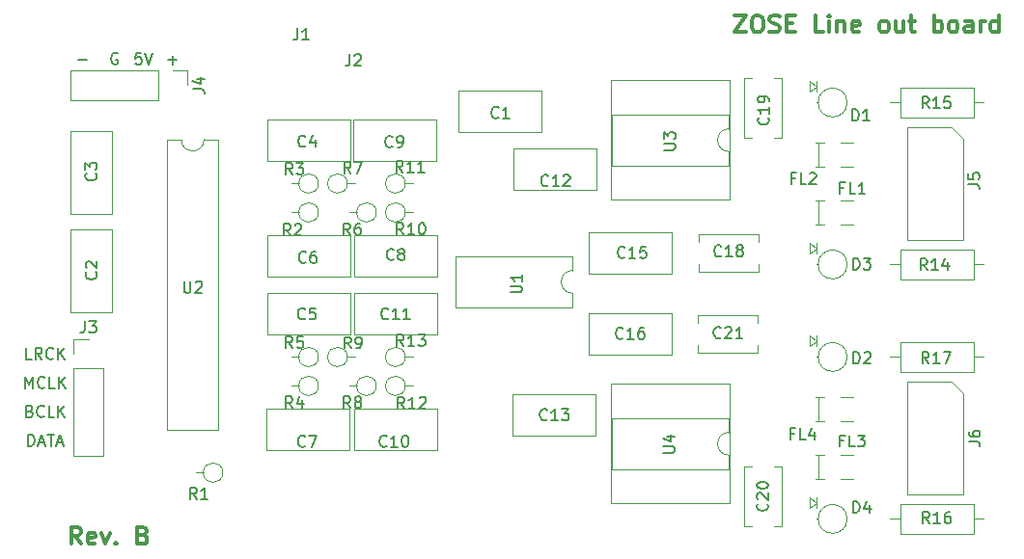
<source format=gbr>
G04 #@! TF.FileFunction,Legend,Top*
%FSLAX46Y46*%
G04 Gerber Fmt 4.6, Leading zero omitted, Abs format (unit mm)*
G04 Created by KiCad (PCBNEW 4.0.7) date 04/02/18 12:26:23*
%MOMM*%
%LPD*%
G01*
G04 APERTURE LIST*
%ADD10C,0.100000*%
%ADD11C,0.150000*%
%ADD12C,0.300000*%
%ADD13C,0.120000*%
G04 APERTURE END LIST*
D10*
D11*
X108736000Y-111958381D02*
X108736000Y-110958381D01*
X108974095Y-110958381D01*
X109116953Y-111006000D01*
X109212191Y-111101238D01*
X109259810Y-111196476D01*
X109307429Y-111386952D01*
X109307429Y-111529810D01*
X109259810Y-111720286D01*
X109212191Y-111815524D01*
X109116953Y-111910762D01*
X108974095Y-111958381D01*
X108736000Y-111958381D01*
X109688381Y-111672667D02*
X110164572Y-111672667D01*
X109593143Y-111958381D02*
X109926476Y-110958381D01*
X110259810Y-111958381D01*
X110450286Y-110958381D02*
X111021715Y-110958381D01*
X110736000Y-111958381D02*
X110736000Y-110958381D01*
X111307429Y-111672667D02*
X111783620Y-111672667D01*
X111212191Y-111958381D02*
X111545524Y-110958381D01*
X111878858Y-111958381D01*
X108902667Y-108894571D02*
X109045524Y-108942190D01*
X109093143Y-108989810D01*
X109140762Y-109085048D01*
X109140762Y-109227905D01*
X109093143Y-109323143D01*
X109045524Y-109370762D01*
X108950286Y-109418381D01*
X108569333Y-109418381D01*
X108569333Y-108418381D01*
X108902667Y-108418381D01*
X108997905Y-108466000D01*
X109045524Y-108513619D01*
X109093143Y-108608857D01*
X109093143Y-108704095D01*
X109045524Y-108799333D01*
X108997905Y-108846952D01*
X108902667Y-108894571D01*
X108569333Y-108894571D01*
X110140762Y-109323143D02*
X110093143Y-109370762D01*
X109950286Y-109418381D01*
X109855048Y-109418381D01*
X109712190Y-109370762D01*
X109616952Y-109275524D01*
X109569333Y-109180286D01*
X109521714Y-108989810D01*
X109521714Y-108846952D01*
X109569333Y-108656476D01*
X109616952Y-108561238D01*
X109712190Y-108466000D01*
X109855048Y-108418381D01*
X109950286Y-108418381D01*
X110093143Y-108466000D01*
X110140762Y-108513619D01*
X111045524Y-109418381D02*
X110569333Y-109418381D01*
X110569333Y-108418381D01*
X111378857Y-109418381D02*
X111378857Y-108418381D01*
X111950286Y-109418381D02*
X111521714Y-108846952D01*
X111950286Y-108418381D02*
X111378857Y-108989810D01*
X108497905Y-106878381D02*
X108497905Y-105878381D01*
X108831239Y-106592667D01*
X109164572Y-105878381D01*
X109164572Y-106878381D01*
X110212191Y-106783143D02*
X110164572Y-106830762D01*
X110021715Y-106878381D01*
X109926477Y-106878381D01*
X109783619Y-106830762D01*
X109688381Y-106735524D01*
X109640762Y-106640286D01*
X109593143Y-106449810D01*
X109593143Y-106306952D01*
X109640762Y-106116476D01*
X109688381Y-106021238D01*
X109783619Y-105926000D01*
X109926477Y-105878381D01*
X110021715Y-105878381D01*
X110164572Y-105926000D01*
X110212191Y-105973619D01*
X111116953Y-106878381D02*
X110640762Y-106878381D01*
X110640762Y-105878381D01*
X111450286Y-106878381D02*
X111450286Y-105878381D01*
X112021715Y-106878381D02*
X111593143Y-106306952D01*
X112021715Y-105878381D02*
X111450286Y-106449810D01*
X109045524Y-104338381D02*
X108569333Y-104338381D01*
X108569333Y-103338381D01*
X109950286Y-104338381D02*
X109616952Y-103862190D01*
X109378857Y-104338381D02*
X109378857Y-103338381D01*
X109759810Y-103338381D01*
X109855048Y-103386000D01*
X109902667Y-103433619D01*
X109950286Y-103528857D01*
X109950286Y-103671714D01*
X109902667Y-103766952D01*
X109855048Y-103814571D01*
X109759810Y-103862190D01*
X109378857Y-103862190D01*
X110950286Y-104243143D02*
X110902667Y-104290762D01*
X110759810Y-104338381D01*
X110664572Y-104338381D01*
X110521714Y-104290762D01*
X110426476Y-104195524D01*
X110378857Y-104100286D01*
X110331238Y-103909810D01*
X110331238Y-103766952D01*
X110378857Y-103576476D01*
X110426476Y-103481238D01*
X110521714Y-103386000D01*
X110664572Y-103338381D01*
X110759810Y-103338381D01*
X110902667Y-103386000D01*
X110950286Y-103433619D01*
X111378857Y-104338381D02*
X111378857Y-103338381D01*
X111950286Y-104338381D02*
X111521714Y-103766952D01*
X111950286Y-103338381D02*
X111378857Y-103909810D01*
X121031048Y-78049429D02*
X121792953Y-78049429D01*
X121412001Y-78430381D02*
X121412001Y-77668476D01*
X118681524Y-77430381D02*
X118205333Y-77430381D01*
X118157714Y-77906571D01*
X118205333Y-77858952D01*
X118300571Y-77811333D01*
X118538667Y-77811333D01*
X118633905Y-77858952D01*
X118681524Y-77906571D01*
X118729143Y-78001810D01*
X118729143Y-78239905D01*
X118681524Y-78335143D01*
X118633905Y-78382762D01*
X118538667Y-78430381D01*
X118300571Y-78430381D01*
X118205333Y-78382762D01*
X118157714Y-78335143D01*
X119014857Y-77430381D02*
X119348190Y-78430381D01*
X119681524Y-77430381D01*
X116593905Y-77478000D02*
X116498667Y-77430381D01*
X116355810Y-77430381D01*
X116212952Y-77478000D01*
X116117714Y-77573238D01*
X116070095Y-77668476D01*
X116022476Y-77858952D01*
X116022476Y-78001810D01*
X116070095Y-78192286D01*
X116117714Y-78287524D01*
X116212952Y-78382762D01*
X116355810Y-78430381D01*
X116451048Y-78430381D01*
X116593905Y-78382762D01*
X116641524Y-78335143D01*
X116641524Y-78001810D01*
X116451048Y-78001810D01*
X113157048Y-78049429D02*
X113918953Y-78049429D01*
D12*
X170729143Y-74108571D02*
X171729143Y-74108571D01*
X170729143Y-75608571D01*
X171729143Y-75608571D01*
X172586285Y-74108571D02*
X172871999Y-74108571D01*
X173014857Y-74180000D01*
X173157714Y-74322857D01*
X173229142Y-74608571D01*
X173229142Y-75108571D01*
X173157714Y-75394286D01*
X173014857Y-75537143D01*
X172871999Y-75608571D01*
X172586285Y-75608571D01*
X172443428Y-75537143D01*
X172300571Y-75394286D01*
X172229142Y-75108571D01*
X172229142Y-74608571D01*
X172300571Y-74322857D01*
X172443428Y-74180000D01*
X172586285Y-74108571D01*
X173800571Y-75537143D02*
X174014857Y-75608571D01*
X174372000Y-75608571D01*
X174514857Y-75537143D01*
X174586286Y-75465714D01*
X174657714Y-75322857D01*
X174657714Y-75180000D01*
X174586286Y-75037143D01*
X174514857Y-74965714D01*
X174372000Y-74894286D01*
X174086286Y-74822857D01*
X173943428Y-74751429D01*
X173872000Y-74680000D01*
X173800571Y-74537143D01*
X173800571Y-74394286D01*
X173872000Y-74251429D01*
X173943428Y-74180000D01*
X174086286Y-74108571D01*
X174443428Y-74108571D01*
X174657714Y-74180000D01*
X175300571Y-74822857D02*
X175800571Y-74822857D01*
X176014857Y-75608571D02*
X175300571Y-75608571D01*
X175300571Y-74108571D01*
X176014857Y-74108571D01*
X178514857Y-75608571D02*
X177800571Y-75608571D01*
X177800571Y-74108571D01*
X179014857Y-75608571D02*
X179014857Y-74608571D01*
X179014857Y-74108571D02*
X178943428Y-74180000D01*
X179014857Y-74251429D01*
X179086285Y-74180000D01*
X179014857Y-74108571D01*
X179014857Y-74251429D01*
X179729143Y-74608571D02*
X179729143Y-75608571D01*
X179729143Y-74751429D02*
X179800571Y-74680000D01*
X179943429Y-74608571D01*
X180157714Y-74608571D01*
X180300571Y-74680000D01*
X180372000Y-74822857D01*
X180372000Y-75608571D01*
X181657714Y-75537143D02*
X181514857Y-75608571D01*
X181229143Y-75608571D01*
X181086286Y-75537143D01*
X181014857Y-75394286D01*
X181014857Y-74822857D01*
X181086286Y-74680000D01*
X181229143Y-74608571D01*
X181514857Y-74608571D01*
X181657714Y-74680000D01*
X181729143Y-74822857D01*
X181729143Y-74965714D01*
X181014857Y-75108571D01*
X183729143Y-75608571D02*
X183586285Y-75537143D01*
X183514857Y-75465714D01*
X183443428Y-75322857D01*
X183443428Y-74894286D01*
X183514857Y-74751429D01*
X183586285Y-74680000D01*
X183729143Y-74608571D01*
X183943428Y-74608571D01*
X184086285Y-74680000D01*
X184157714Y-74751429D01*
X184229143Y-74894286D01*
X184229143Y-75322857D01*
X184157714Y-75465714D01*
X184086285Y-75537143D01*
X183943428Y-75608571D01*
X183729143Y-75608571D01*
X185514857Y-74608571D02*
X185514857Y-75608571D01*
X184872000Y-74608571D02*
X184872000Y-75394286D01*
X184943428Y-75537143D01*
X185086286Y-75608571D01*
X185300571Y-75608571D01*
X185443428Y-75537143D01*
X185514857Y-75465714D01*
X186014857Y-74608571D02*
X186586286Y-74608571D01*
X186229143Y-74108571D02*
X186229143Y-75394286D01*
X186300571Y-75537143D01*
X186443429Y-75608571D01*
X186586286Y-75608571D01*
X188229143Y-75608571D02*
X188229143Y-74108571D01*
X188229143Y-74680000D02*
X188372000Y-74608571D01*
X188657714Y-74608571D01*
X188800571Y-74680000D01*
X188872000Y-74751429D01*
X188943429Y-74894286D01*
X188943429Y-75322857D01*
X188872000Y-75465714D01*
X188800571Y-75537143D01*
X188657714Y-75608571D01*
X188372000Y-75608571D01*
X188229143Y-75537143D01*
X189800572Y-75608571D02*
X189657714Y-75537143D01*
X189586286Y-75465714D01*
X189514857Y-75322857D01*
X189514857Y-74894286D01*
X189586286Y-74751429D01*
X189657714Y-74680000D01*
X189800572Y-74608571D01*
X190014857Y-74608571D01*
X190157714Y-74680000D01*
X190229143Y-74751429D01*
X190300572Y-74894286D01*
X190300572Y-75322857D01*
X190229143Y-75465714D01*
X190157714Y-75537143D01*
X190014857Y-75608571D01*
X189800572Y-75608571D01*
X191586286Y-75608571D02*
X191586286Y-74822857D01*
X191514857Y-74680000D01*
X191372000Y-74608571D01*
X191086286Y-74608571D01*
X190943429Y-74680000D01*
X191586286Y-75537143D02*
X191443429Y-75608571D01*
X191086286Y-75608571D01*
X190943429Y-75537143D01*
X190872000Y-75394286D01*
X190872000Y-75251429D01*
X190943429Y-75108571D01*
X191086286Y-75037143D01*
X191443429Y-75037143D01*
X191586286Y-74965714D01*
X192300572Y-75608571D02*
X192300572Y-74608571D01*
X192300572Y-74894286D02*
X192372000Y-74751429D01*
X192443429Y-74680000D01*
X192586286Y-74608571D01*
X192729143Y-74608571D01*
X193872000Y-75608571D02*
X193872000Y-74108571D01*
X193872000Y-75537143D02*
X193729143Y-75608571D01*
X193443429Y-75608571D01*
X193300571Y-75537143D01*
X193229143Y-75465714D01*
X193157714Y-75322857D01*
X193157714Y-74894286D01*
X193229143Y-74751429D01*
X193300571Y-74680000D01*
X193443429Y-74608571D01*
X193729143Y-74608571D01*
X193872000Y-74680000D01*
X113395429Y-120566571D02*
X112895429Y-119852286D01*
X112538286Y-120566571D02*
X112538286Y-119066571D01*
X113109714Y-119066571D01*
X113252572Y-119138000D01*
X113324000Y-119209429D01*
X113395429Y-119352286D01*
X113395429Y-119566571D01*
X113324000Y-119709429D01*
X113252572Y-119780857D01*
X113109714Y-119852286D01*
X112538286Y-119852286D01*
X114609714Y-120495143D02*
X114466857Y-120566571D01*
X114181143Y-120566571D01*
X114038286Y-120495143D01*
X113966857Y-120352286D01*
X113966857Y-119780857D01*
X114038286Y-119638000D01*
X114181143Y-119566571D01*
X114466857Y-119566571D01*
X114609714Y-119638000D01*
X114681143Y-119780857D01*
X114681143Y-119923714D01*
X113966857Y-120066571D01*
X115181143Y-119566571D02*
X115538286Y-120566571D01*
X115895428Y-119566571D01*
X116466857Y-120423714D02*
X116538285Y-120495143D01*
X116466857Y-120566571D01*
X116395428Y-120495143D01*
X116466857Y-120423714D01*
X116466857Y-120566571D01*
X118824000Y-119780857D02*
X119038286Y-119852286D01*
X119109714Y-119923714D01*
X119181143Y-120066571D01*
X119181143Y-120280857D01*
X119109714Y-120423714D01*
X119038286Y-120495143D01*
X118895428Y-120566571D01*
X118324000Y-120566571D01*
X118324000Y-119066571D01*
X118824000Y-119066571D01*
X118966857Y-119138000D01*
X119038286Y-119209429D01*
X119109714Y-119352286D01*
X119109714Y-119495143D01*
X119038286Y-119638000D01*
X118966857Y-119709429D01*
X118824000Y-119780857D01*
X118324000Y-119780857D01*
D13*
X178057629Y-118364000D02*
X177884000Y-118364000D01*
X177927000Y-117384000D02*
X177927000Y-116495000D01*
X177927000Y-116939500D02*
X177334333Y-117384000D01*
X177334333Y-117384000D02*
X177334333Y-116495000D01*
X177334333Y-116495000D02*
X177927000Y-116939500D01*
X180590371Y-118364000D02*
G75*
G03X180590371Y-118364000I-1266371J0D01*
G01*
X178057629Y-81788000D02*
X177884000Y-81788000D01*
X177927000Y-80808000D02*
X177927000Y-79919000D01*
X177927000Y-80363500D02*
X177334333Y-80808000D01*
X177334333Y-80808000D02*
X177334333Y-79919000D01*
X177334333Y-79919000D02*
X177927000Y-80363500D01*
X180590371Y-81788000D02*
G75*
G03X180590371Y-81788000I-1266371J0D01*
G01*
X139290000Y-106680000D02*
G75*
G03X139290000Y-106680000I-860000J0D01*
G01*
X137570000Y-106680000D02*
X136890000Y-106680000D01*
X153814000Y-84360000D02*
X146494000Y-84360000D01*
X153814000Y-80740000D02*
X146494000Y-80740000D01*
X153814000Y-84360000D02*
X153814000Y-80740000D01*
X146494000Y-84360000D02*
X146494000Y-80740000D01*
X112490000Y-100220000D02*
X112490000Y-92900000D01*
X116110000Y-100220000D02*
X116110000Y-92900000D01*
X112490000Y-100220000D02*
X116110000Y-100220000D01*
X112490000Y-92900000D02*
X116110000Y-92900000D01*
X112490000Y-91584000D02*
X112490000Y-84264000D01*
X116110000Y-91584000D02*
X116110000Y-84264000D01*
X112490000Y-91584000D02*
X116110000Y-91584000D01*
X112490000Y-84264000D02*
X116110000Y-84264000D01*
X137050000Y-86900000D02*
X129730000Y-86900000D01*
X137050000Y-83280000D02*
X129730000Y-83280000D01*
X137050000Y-86900000D02*
X137050000Y-83280000D01*
X129730000Y-86900000D02*
X129730000Y-83280000D01*
X137050000Y-102140000D02*
X129730000Y-102140000D01*
X137050000Y-98520000D02*
X129730000Y-98520000D01*
X137050000Y-102140000D02*
X137050000Y-98520000D01*
X129730000Y-102140000D02*
X129730000Y-98520000D01*
X137050000Y-97060000D02*
X129730000Y-97060000D01*
X137050000Y-93440000D02*
X129730000Y-93440000D01*
X137050000Y-97060000D02*
X137050000Y-93440000D01*
X129730000Y-97060000D02*
X129730000Y-93440000D01*
X136970000Y-112300000D02*
X129650000Y-112300000D01*
X136970000Y-108680000D02*
X129650000Y-108680000D01*
X136970000Y-112300000D02*
X136970000Y-108680000D01*
X129650000Y-112300000D02*
X129650000Y-108680000D01*
X137350000Y-93440000D02*
X144670000Y-93440000D01*
X137350000Y-97060000D02*
X144670000Y-97060000D01*
X137350000Y-93440000D02*
X137350000Y-97060000D01*
X144670000Y-93440000D02*
X144670000Y-97060000D01*
X144590000Y-86900000D02*
X137270000Y-86900000D01*
X144590000Y-83280000D02*
X137270000Y-83280000D01*
X144590000Y-86900000D02*
X144590000Y-83280000D01*
X137270000Y-86900000D02*
X137270000Y-83280000D01*
X137350000Y-108680000D02*
X144670000Y-108680000D01*
X137350000Y-112300000D02*
X144670000Y-112300000D01*
X137350000Y-108680000D02*
X137350000Y-112300000D01*
X144670000Y-108680000D02*
X144670000Y-112300000D01*
X144670000Y-102140000D02*
X137350000Y-102140000D01*
X144670000Y-98520000D02*
X137350000Y-98520000D01*
X144670000Y-102140000D02*
X144670000Y-98520000D01*
X137350000Y-102140000D02*
X137350000Y-98520000D01*
X151320000Y-85820000D02*
X158640000Y-85820000D01*
X151320000Y-89440000D02*
X158640000Y-89440000D01*
X151320000Y-85820000D02*
X151320000Y-89440000D01*
X158640000Y-85820000D02*
X158640000Y-89440000D01*
X151240000Y-107410000D02*
X158560000Y-107410000D01*
X151240000Y-111030000D02*
X158560000Y-111030000D01*
X151240000Y-107410000D02*
X151240000Y-111030000D01*
X158560000Y-107410000D02*
X158560000Y-111030000D01*
X165244000Y-96806000D02*
X157924000Y-96806000D01*
X165244000Y-93186000D02*
X157924000Y-93186000D01*
X165244000Y-96806000D02*
X165244000Y-93186000D01*
X157924000Y-96806000D02*
X157924000Y-93186000D01*
X165244000Y-103918000D02*
X157924000Y-103918000D01*
X165244000Y-100298000D02*
X157924000Y-100298000D01*
X165244000Y-103918000D02*
X165244000Y-100298000D01*
X157924000Y-103918000D02*
X157924000Y-100298000D01*
X167610000Y-93336000D02*
X172830000Y-93336000D01*
X167610000Y-96656000D02*
X172830000Y-96656000D01*
X167610000Y-93336000D02*
X167610000Y-94000000D01*
X167610000Y-95992000D02*
X167610000Y-96656000D01*
X172830000Y-93336000D02*
X172830000Y-94000000D01*
X172830000Y-95992000D02*
X172830000Y-96656000D01*
X171568000Y-84866000D02*
X171568000Y-79646000D01*
X174888000Y-84866000D02*
X174888000Y-79646000D01*
X171568000Y-84866000D02*
X172232000Y-84866000D01*
X174224000Y-84866000D02*
X174888000Y-84866000D01*
X171568000Y-79646000D02*
X172232000Y-79646000D01*
X174224000Y-79646000D02*
X174888000Y-79646000D01*
X174888000Y-113762000D02*
X174888000Y-118982000D01*
X171568000Y-113762000D02*
X171568000Y-118982000D01*
X174888000Y-113762000D02*
X174224000Y-113762000D01*
X172232000Y-113762000D02*
X171568000Y-113762000D01*
X174888000Y-118982000D02*
X174224000Y-118982000D01*
X172232000Y-118982000D02*
X171568000Y-118982000D01*
X167530000Y-100448000D02*
X172750000Y-100448000D01*
X167530000Y-103768000D02*
X172750000Y-103768000D01*
X167530000Y-100448000D02*
X167530000Y-101112000D01*
X167530000Y-103104000D02*
X167530000Y-103768000D01*
X172750000Y-100448000D02*
X172750000Y-101112000D01*
X172750000Y-103104000D02*
X172750000Y-103768000D01*
X178057629Y-104140000D02*
X177884000Y-104140000D01*
X177927000Y-103160000D02*
X177927000Y-102271000D01*
X177927000Y-102715500D02*
X177334333Y-103160000D01*
X177334333Y-103160000D02*
X177334333Y-102271000D01*
X177334333Y-102271000D02*
X177927000Y-102715500D01*
X180590371Y-104140000D02*
G75*
G03X180590371Y-104140000I-1266371J0D01*
G01*
X178057629Y-96012000D02*
X177884000Y-96012000D01*
X177927000Y-95032000D02*
X177927000Y-94143000D01*
X177927000Y-94587500D02*
X177334333Y-95032000D01*
X177334333Y-95032000D02*
X177334333Y-94143000D01*
X177334333Y-94143000D02*
X177927000Y-94587500D01*
X180590371Y-96012000D02*
G75*
G03X180590371Y-96012000I-1266371J0D01*
G01*
X177864000Y-90380000D02*
X178594000Y-90380000D01*
X180054000Y-90380000D02*
X181135000Y-90380000D01*
X177864000Y-92500000D02*
X178594000Y-92500000D01*
X180054000Y-92500000D02*
X181135000Y-92500000D01*
X178054000Y-90380000D02*
X178054000Y-92500000D01*
X177864000Y-85300000D02*
X178594000Y-85300000D01*
X180054000Y-85300000D02*
X181135000Y-85300000D01*
X177864000Y-87420000D02*
X178594000Y-87420000D01*
X180054000Y-87420000D02*
X181135000Y-87420000D01*
X178054000Y-85300000D02*
X178054000Y-87420000D01*
X177864000Y-112732000D02*
X178594000Y-112732000D01*
X180054000Y-112732000D02*
X181135000Y-112732000D01*
X177864000Y-114852000D02*
X178594000Y-114852000D01*
X180054000Y-114852000D02*
X181135000Y-114852000D01*
X178054000Y-112732000D02*
X178054000Y-114852000D01*
X177864000Y-107652000D02*
X178594000Y-107652000D01*
X180054000Y-107652000D02*
X181135000Y-107652000D01*
X177864000Y-109772000D02*
X178594000Y-109772000D01*
X180054000Y-109772000D02*
X181135000Y-109772000D01*
X178054000Y-107652000D02*
X178054000Y-109772000D01*
X112716000Y-112836000D02*
X115376000Y-112836000D01*
X112716000Y-105156000D02*
X112716000Y-112836000D01*
X115376000Y-105156000D02*
X115376000Y-112836000D01*
X112716000Y-105156000D02*
X115376000Y-105156000D01*
X112716000Y-103886000D02*
X112716000Y-102556000D01*
X112716000Y-102556000D02*
X114046000Y-102556000D01*
X112462000Y-78934000D02*
X112462000Y-81594000D01*
X120142000Y-78934000D02*
X112462000Y-78934000D01*
X120142000Y-81594000D02*
X112462000Y-81594000D01*
X120142000Y-78934000D02*
X120142000Y-81594000D01*
X121412000Y-78934000D02*
X122742000Y-78934000D01*
X122742000Y-78934000D02*
X122742000Y-80264000D01*
X190776000Y-84990000D02*
X189776000Y-83990000D01*
X185876000Y-93890000D02*
X190776000Y-93890000D01*
X190776000Y-93890000D02*
X190776000Y-84990000D01*
X189776000Y-83990000D02*
X185876000Y-83990000D01*
X185876000Y-83990000D02*
X185876000Y-93890000D01*
X190776000Y-107342000D02*
X189776000Y-106342000D01*
X185876000Y-116242000D02*
X190776000Y-116242000D01*
X190776000Y-116242000D02*
X190776000Y-107342000D01*
X189776000Y-106342000D02*
X185876000Y-106342000D01*
X185876000Y-106342000D02*
X185876000Y-116242000D01*
X125828000Y-114300000D02*
G75*
G03X125828000Y-114300000I-860000J0D01*
G01*
X124108000Y-114300000D02*
X123428000Y-114300000D01*
X134210000Y-91440000D02*
G75*
G03X134210000Y-91440000I-860000J0D01*
G01*
X132490000Y-91440000D02*
X131810000Y-91440000D01*
X134210000Y-88900000D02*
G75*
G03X134210000Y-88900000I-860000J0D01*
G01*
X132490000Y-88900000D02*
X131810000Y-88900000D01*
X134210000Y-106680000D02*
G75*
G03X134210000Y-106680000I-860000J0D01*
G01*
X132490000Y-106680000D02*
X131810000Y-106680000D01*
X134210000Y-104140000D02*
G75*
G03X134210000Y-104140000I-860000J0D01*
G01*
X132490000Y-104140000D02*
X131810000Y-104140000D01*
X139290000Y-91440000D02*
G75*
G03X139290000Y-91440000I-860000J0D01*
G01*
X137570000Y-91440000D02*
X136890000Y-91440000D01*
X136750000Y-88900000D02*
G75*
G03X136750000Y-88900000I-860000J0D01*
G01*
X136750000Y-88900000D02*
X137430000Y-88900000D01*
X136750000Y-104140000D02*
G75*
G03X136750000Y-104140000I-860000J0D01*
G01*
X136750000Y-104140000D02*
X137430000Y-104140000D01*
X141830000Y-91440000D02*
G75*
G03X141830000Y-91440000I-860000J0D01*
G01*
X141830000Y-91440000D02*
X142510000Y-91440000D01*
X141830000Y-88900000D02*
G75*
G03X141830000Y-88900000I-860000J0D01*
G01*
X141830000Y-88900000D02*
X142510000Y-88900000D01*
X141830000Y-106680000D02*
G75*
G03X141830000Y-106680000I-860000J0D01*
G01*
X141830000Y-106680000D02*
X142510000Y-106680000D01*
X141830000Y-104140000D02*
G75*
G03X141830000Y-104140000I-860000J0D01*
G01*
X141830000Y-104140000D02*
X142510000Y-104140000D01*
X185258000Y-94702000D02*
X185258000Y-97322000D01*
X185258000Y-97322000D02*
X191678000Y-97322000D01*
X191678000Y-97322000D02*
X191678000Y-94702000D01*
X191678000Y-94702000D02*
X185258000Y-94702000D01*
X184368000Y-96012000D02*
X185258000Y-96012000D01*
X192568000Y-96012000D02*
X191678000Y-96012000D01*
X191678000Y-83098000D02*
X191678000Y-80478000D01*
X191678000Y-80478000D02*
X185258000Y-80478000D01*
X185258000Y-80478000D02*
X185258000Y-83098000D01*
X185258000Y-83098000D02*
X191678000Y-83098000D01*
X192568000Y-81788000D02*
X191678000Y-81788000D01*
X184368000Y-81788000D02*
X185258000Y-81788000D01*
X185258000Y-117054000D02*
X185258000Y-119674000D01*
X185258000Y-119674000D02*
X191678000Y-119674000D01*
X191678000Y-119674000D02*
X191678000Y-117054000D01*
X191678000Y-117054000D02*
X185258000Y-117054000D01*
X184368000Y-118364000D02*
X185258000Y-118364000D01*
X192568000Y-118364000D02*
X191678000Y-118364000D01*
X191678000Y-105450000D02*
X191678000Y-102830000D01*
X191678000Y-102830000D02*
X185258000Y-102830000D01*
X185258000Y-102830000D02*
X185258000Y-105450000D01*
X185258000Y-105450000D02*
X191678000Y-105450000D01*
X192568000Y-104140000D02*
X191678000Y-104140000D01*
X184368000Y-104140000D02*
X185258000Y-104140000D01*
X156524000Y-98536000D02*
G75*
G02X156524000Y-96536000I0J1000000D01*
G01*
X156524000Y-96536000D02*
X156524000Y-95286000D01*
X156524000Y-95286000D02*
X146244000Y-95286000D01*
X146244000Y-95286000D02*
X146244000Y-99786000D01*
X146244000Y-99786000D02*
X156524000Y-99786000D01*
X156524000Y-99786000D02*
X156524000Y-98536000D01*
X124190000Y-85030000D02*
G75*
G02X122190000Y-85030000I-1000000J0D01*
G01*
X122190000Y-85030000D02*
X120940000Y-85030000D01*
X120940000Y-85030000D02*
X120940000Y-110550000D01*
X120940000Y-110550000D02*
X125440000Y-110550000D01*
X125440000Y-110550000D02*
X125440000Y-85030000D01*
X125440000Y-85030000D02*
X124190000Y-85030000D01*
X170240000Y-86090000D02*
G75*
G02X170240000Y-84090000I0J1000000D01*
G01*
X170240000Y-84090000D02*
X170240000Y-82840000D01*
X170240000Y-82840000D02*
X159960000Y-82840000D01*
X159960000Y-82840000D02*
X159960000Y-87340000D01*
X159960000Y-87340000D02*
X170240000Y-87340000D01*
X170240000Y-87340000D02*
X170240000Y-86090000D01*
X170300000Y-79840000D02*
X159900000Y-79840000D01*
X159900000Y-79840000D02*
X159900000Y-90340000D01*
X159900000Y-90340000D02*
X170300000Y-90340000D01*
X170300000Y-90340000D02*
X170300000Y-79840000D01*
X170240000Y-112760000D02*
G75*
G02X170240000Y-110760000I0J1000000D01*
G01*
X170240000Y-110760000D02*
X170240000Y-109510000D01*
X170240000Y-109510000D02*
X159960000Y-109510000D01*
X159960000Y-109510000D02*
X159960000Y-114010000D01*
X159960000Y-114010000D02*
X170240000Y-114010000D01*
X170240000Y-114010000D02*
X170240000Y-112760000D01*
X170300000Y-106510000D02*
X159900000Y-106510000D01*
X159900000Y-106510000D02*
X159900000Y-117010000D01*
X159900000Y-117010000D02*
X170300000Y-117010000D01*
X170300000Y-117010000D02*
X170300000Y-106510000D01*
D11*
X136953667Y-77557381D02*
X136953667Y-78271667D01*
X136906047Y-78414524D01*
X136810809Y-78509762D01*
X136667952Y-78557381D01*
X136572714Y-78557381D01*
X137382238Y-77652619D02*
X137429857Y-77605000D01*
X137525095Y-77557381D01*
X137763191Y-77557381D01*
X137858429Y-77605000D01*
X137906048Y-77652619D01*
X137953667Y-77747857D01*
X137953667Y-77843095D01*
X137906048Y-77985952D01*
X137334619Y-78557381D01*
X137953667Y-78557381D01*
X132381667Y-75271381D02*
X132381667Y-75985667D01*
X132334047Y-76128524D01*
X132238809Y-76223762D01*
X132095952Y-76271381D01*
X132000714Y-76271381D01*
X133381667Y-76271381D02*
X132810238Y-76271381D01*
X133095952Y-76271381D02*
X133095952Y-75271381D01*
X133000714Y-75414238D01*
X132905476Y-75509476D01*
X132810238Y-75557095D01*
X181125905Y-117813081D02*
X181125905Y-116813081D01*
X181364000Y-116813081D01*
X181506858Y-116860700D01*
X181602096Y-116955938D01*
X181649715Y-117051176D01*
X181697334Y-117241652D01*
X181697334Y-117384510D01*
X181649715Y-117574986D01*
X181602096Y-117670224D01*
X181506858Y-117765462D01*
X181364000Y-117813081D01*
X181125905Y-117813081D01*
X182554477Y-117146414D02*
X182554477Y-117813081D01*
X182316381Y-116765462D02*
X182078286Y-117479748D01*
X182697334Y-117479748D01*
X181037005Y-83383381D02*
X181037005Y-82383381D01*
X181275100Y-82383381D01*
X181417958Y-82431000D01*
X181513196Y-82526238D01*
X181560815Y-82621476D01*
X181608434Y-82811952D01*
X181608434Y-82954810D01*
X181560815Y-83145286D01*
X181513196Y-83240524D01*
X181417958Y-83335762D01*
X181275100Y-83383381D01*
X181037005Y-83383381D01*
X182560815Y-83383381D02*
X181989386Y-83383381D01*
X182275100Y-83383381D02*
X182275100Y-82383381D01*
X182179862Y-82526238D01*
X182084624Y-82621476D01*
X181989386Y-82669095D01*
X137018734Y-108618281D02*
X136685400Y-108142090D01*
X136447305Y-108618281D02*
X136447305Y-107618281D01*
X136828258Y-107618281D01*
X136923496Y-107665900D01*
X136971115Y-107713519D01*
X137018734Y-107808757D01*
X137018734Y-107951614D01*
X136971115Y-108046852D01*
X136923496Y-108094471D01*
X136828258Y-108142090D01*
X136447305Y-108142090D01*
X137590162Y-108046852D02*
X137494924Y-107999233D01*
X137447305Y-107951614D01*
X137399686Y-107856376D01*
X137399686Y-107808757D01*
X137447305Y-107713519D01*
X137494924Y-107665900D01*
X137590162Y-107618281D01*
X137780639Y-107618281D01*
X137875877Y-107665900D01*
X137923496Y-107713519D01*
X137971115Y-107808757D01*
X137971115Y-107856376D01*
X137923496Y-107951614D01*
X137875877Y-107999233D01*
X137780639Y-108046852D01*
X137590162Y-108046852D01*
X137494924Y-108094471D01*
X137447305Y-108142090D01*
X137399686Y-108237329D01*
X137399686Y-108427805D01*
X137447305Y-108523043D01*
X137494924Y-108570662D01*
X137590162Y-108618281D01*
X137780639Y-108618281D01*
X137875877Y-108570662D01*
X137923496Y-108523043D01*
X137971115Y-108427805D01*
X137971115Y-108237329D01*
X137923496Y-108142090D01*
X137875877Y-108094471D01*
X137780639Y-108046852D01*
X150014634Y-83072243D02*
X149967015Y-83119862D01*
X149824158Y-83167481D01*
X149728920Y-83167481D01*
X149586062Y-83119862D01*
X149490824Y-83024624D01*
X149443205Y-82929386D01*
X149395586Y-82738910D01*
X149395586Y-82596052D01*
X149443205Y-82405576D01*
X149490824Y-82310338D01*
X149586062Y-82215100D01*
X149728920Y-82167481D01*
X149824158Y-82167481D01*
X149967015Y-82215100D01*
X150014634Y-82262719D01*
X150967015Y-83167481D02*
X150395586Y-83167481D01*
X150681300Y-83167481D02*
X150681300Y-82167481D01*
X150586062Y-82310338D01*
X150490824Y-82405576D01*
X150395586Y-82453195D01*
X114695243Y-96690466D02*
X114742862Y-96738085D01*
X114790481Y-96880942D01*
X114790481Y-96976180D01*
X114742862Y-97119038D01*
X114647624Y-97214276D01*
X114552386Y-97261895D01*
X114361910Y-97309514D01*
X114219052Y-97309514D01*
X114028576Y-97261895D01*
X113933338Y-97214276D01*
X113838100Y-97119038D01*
X113790481Y-96976180D01*
X113790481Y-96880942D01*
X113838100Y-96738085D01*
X113885719Y-96690466D01*
X113885719Y-96309514D02*
X113838100Y-96261895D01*
X113790481Y-96166657D01*
X113790481Y-95928561D01*
X113838100Y-95833323D01*
X113885719Y-95785704D01*
X113980957Y-95738085D01*
X114076195Y-95738085D01*
X114219052Y-95785704D01*
X114790481Y-96357133D01*
X114790481Y-95738085D01*
X114669843Y-88012566D02*
X114717462Y-88060185D01*
X114765081Y-88203042D01*
X114765081Y-88298280D01*
X114717462Y-88441138D01*
X114622224Y-88536376D01*
X114526986Y-88583995D01*
X114336510Y-88631614D01*
X114193652Y-88631614D01*
X114003176Y-88583995D01*
X113907938Y-88536376D01*
X113812700Y-88441138D01*
X113765081Y-88298280D01*
X113765081Y-88203042D01*
X113812700Y-88060185D01*
X113860319Y-88012566D01*
X113765081Y-87679233D02*
X113765081Y-87060185D01*
X114146033Y-87393519D01*
X114146033Y-87250661D01*
X114193652Y-87155423D01*
X114241271Y-87107804D01*
X114336510Y-87060185D01*
X114574605Y-87060185D01*
X114669843Y-87107804D01*
X114717462Y-87155423D01*
X114765081Y-87250661D01*
X114765081Y-87536376D01*
X114717462Y-87631614D01*
X114669843Y-87679233D01*
X133069034Y-85586843D02*
X133021415Y-85634462D01*
X132878558Y-85682081D01*
X132783320Y-85682081D01*
X132640462Y-85634462D01*
X132545224Y-85539224D01*
X132497605Y-85443986D01*
X132449986Y-85253510D01*
X132449986Y-85110652D01*
X132497605Y-84920176D01*
X132545224Y-84824938D01*
X132640462Y-84729700D01*
X132783320Y-84682081D01*
X132878558Y-84682081D01*
X133021415Y-84729700D01*
X133069034Y-84777319D01*
X133926177Y-85015414D02*
X133926177Y-85682081D01*
X133688081Y-84634462D02*
X133449986Y-85348748D01*
X134069034Y-85348748D01*
X133056334Y-100750643D02*
X133008715Y-100798262D01*
X132865858Y-100845881D01*
X132770620Y-100845881D01*
X132627762Y-100798262D01*
X132532524Y-100703024D01*
X132484905Y-100607786D01*
X132437286Y-100417310D01*
X132437286Y-100274452D01*
X132484905Y-100083976D01*
X132532524Y-99988738D01*
X132627762Y-99893500D01*
X132770620Y-99845881D01*
X132865858Y-99845881D01*
X133008715Y-99893500D01*
X133056334Y-99941119D01*
X133961096Y-99845881D02*
X133484905Y-99845881D01*
X133437286Y-100322071D01*
X133484905Y-100274452D01*
X133580143Y-100226833D01*
X133818239Y-100226833D01*
X133913477Y-100274452D01*
X133961096Y-100322071D01*
X134008715Y-100417310D01*
X134008715Y-100655405D01*
X133961096Y-100750643D01*
X133913477Y-100798262D01*
X133818239Y-100845881D01*
X133580143Y-100845881D01*
X133484905Y-100798262D01*
X133437286Y-100750643D01*
X133107134Y-95772243D02*
X133059515Y-95819862D01*
X132916658Y-95867481D01*
X132821420Y-95867481D01*
X132678562Y-95819862D01*
X132583324Y-95724624D01*
X132535705Y-95629386D01*
X132488086Y-95438910D01*
X132488086Y-95296052D01*
X132535705Y-95105576D01*
X132583324Y-95010338D01*
X132678562Y-94915100D01*
X132821420Y-94867481D01*
X132916658Y-94867481D01*
X133059515Y-94915100D01*
X133107134Y-94962719D01*
X133964277Y-94867481D02*
X133773800Y-94867481D01*
X133678562Y-94915100D01*
X133630943Y-94962719D01*
X133535705Y-95105576D01*
X133488086Y-95296052D01*
X133488086Y-95677005D01*
X133535705Y-95772243D01*
X133583324Y-95819862D01*
X133678562Y-95867481D01*
X133869039Y-95867481D01*
X133964277Y-95819862D01*
X134011896Y-95772243D01*
X134059515Y-95677005D01*
X134059515Y-95438910D01*
X134011896Y-95343671D01*
X133964277Y-95296052D01*
X133869039Y-95248433D01*
X133678562Y-95248433D01*
X133583324Y-95296052D01*
X133535705Y-95343671D01*
X133488086Y-95438910D01*
X133056334Y-111939343D02*
X133008715Y-111986962D01*
X132865858Y-112034581D01*
X132770620Y-112034581D01*
X132627762Y-111986962D01*
X132532524Y-111891724D01*
X132484905Y-111796486D01*
X132437286Y-111606010D01*
X132437286Y-111463152D01*
X132484905Y-111272676D01*
X132532524Y-111177438D01*
X132627762Y-111082200D01*
X132770620Y-111034581D01*
X132865858Y-111034581D01*
X133008715Y-111082200D01*
X133056334Y-111129819D01*
X133389667Y-111034581D02*
X134056334Y-111034581D01*
X133627762Y-112034581D01*
X140816034Y-95543643D02*
X140768415Y-95591262D01*
X140625558Y-95638881D01*
X140530320Y-95638881D01*
X140387462Y-95591262D01*
X140292224Y-95496024D01*
X140244605Y-95400786D01*
X140196986Y-95210310D01*
X140196986Y-95067452D01*
X140244605Y-94876976D01*
X140292224Y-94781738D01*
X140387462Y-94686500D01*
X140530320Y-94638881D01*
X140625558Y-94638881D01*
X140768415Y-94686500D01*
X140816034Y-94734119D01*
X141387462Y-95067452D02*
X141292224Y-95019833D01*
X141244605Y-94972214D01*
X141196986Y-94876976D01*
X141196986Y-94829357D01*
X141244605Y-94734119D01*
X141292224Y-94686500D01*
X141387462Y-94638881D01*
X141577939Y-94638881D01*
X141673177Y-94686500D01*
X141720796Y-94734119D01*
X141768415Y-94829357D01*
X141768415Y-94876976D01*
X141720796Y-94972214D01*
X141673177Y-95019833D01*
X141577939Y-95067452D01*
X141387462Y-95067452D01*
X141292224Y-95115071D01*
X141244605Y-95162690D01*
X141196986Y-95257929D01*
X141196986Y-95448405D01*
X141244605Y-95543643D01*
X141292224Y-95591262D01*
X141387462Y-95638881D01*
X141577939Y-95638881D01*
X141673177Y-95591262D01*
X141720796Y-95543643D01*
X141768415Y-95448405D01*
X141768415Y-95257929D01*
X141720796Y-95162690D01*
X141673177Y-95115071D01*
X141577939Y-95067452D01*
X140701734Y-85637643D02*
X140654115Y-85685262D01*
X140511258Y-85732881D01*
X140416020Y-85732881D01*
X140273162Y-85685262D01*
X140177924Y-85590024D01*
X140130305Y-85494786D01*
X140082686Y-85304310D01*
X140082686Y-85161452D01*
X140130305Y-84970976D01*
X140177924Y-84875738D01*
X140273162Y-84780500D01*
X140416020Y-84732881D01*
X140511258Y-84732881D01*
X140654115Y-84780500D01*
X140701734Y-84828119D01*
X141177924Y-85732881D02*
X141368400Y-85732881D01*
X141463639Y-85685262D01*
X141511258Y-85637643D01*
X141606496Y-85494786D01*
X141654115Y-85304310D01*
X141654115Y-84923357D01*
X141606496Y-84828119D01*
X141558877Y-84780500D01*
X141463639Y-84732881D01*
X141273162Y-84732881D01*
X141177924Y-84780500D01*
X141130305Y-84828119D01*
X141082686Y-84923357D01*
X141082686Y-85161452D01*
X141130305Y-85256690D01*
X141177924Y-85304310D01*
X141273162Y-85351929D01*
X141463639Y-85351929D01*
X141558877Y-85304310D01*
X141606496Y-85256690D01*
X141654115Y-85161452D01*
X140200143Y-111939343D02*
X140152524Y-111986962D01*
X140009667Y-112034581D01*
X139914429Y-112034581D01*
X139771571Y-111986962D01*
X139676333Y-111891724D01*
X139628714Y-111796486D01*
X139581095Y-111606010D01*
X139581095Y-111463152D01*
X139628714Y-111272676D01*
X139676333Y-111177438D01*
X139771571Y-111082200D01*
X139914429Y-111034581D01*
X140009667Y-111034581D01*
X140152524Y-111082200D01*
X140200143Y-111129819D01*
X141152524Y-112034581D02*
X140581095Y-112034581D01*
X140866809Y-112034581D02*
X140866809Y-111034581D01*
X140771571Y-111177438D01*
X140676333Y-111272676D01*
X140581095Y-111320295D01*
X141771571Y-111034581D02*
X141866810Y-111034581D01*
X141962048Y-111082200D01*
X142009667Y-111129819D01*
X142057286Y-111225057D01*
X142104905Y-111415533D01*
X142104905Y-111653629D01*
X142057286Y-111844105D01*
X142009667Y-111939343D01*
X141962048Y-111986962D01*
X141866810Y-112034581D01*
X141771571Y-112034581D01*
X141676333Y-111986962D01*
X141628714Y-111939343D01*
X141581095Y-111844105D01*
X141533476Y-111653629D01*
X141533476Y-111415533D01*
X141581095Y-111225057D01*
X141628714Y-111129819D01*
X141676333Y-111082200D01*
X141771571Y-111034581D01*
X140339843Y-100750643D02*
X140292224Y-100798262D01*
X140149367Y-100845881D01*
X140054129Y-100845881D01*
X139911271Y-100798262D01*
X139816033Y-100703024D01*
X139768414Y-100607786D01*
X139720795Y-100417310D01*
X139720795Y-100274452D01*
X139768414Y-100083976D01*
X139816033Y-99988738D01*
X139911271Y-99893500D01*
X140054129Y-99845881D01*
X140149367Y-99845881D01*
X140292224Y-99893500D01*
X140339843Y-99941119D01*
X141292224Y-100845881D02*
X140720795Y-100845881D01*
X141006509Y-100845881D02*
X141006509Y-99845881D01*
X140911271Y-99988738D01*
X140816033Y-100083976D01*
X140720795Y-100131595D01*
X142244605Y-100845881D02*
X141673176Y-100845881D01*
X141958890Y-100845881D02*
X141958890Y-99845881D01*
X141863652Y-99988738D01*
X141768414Y-100083976D01*
X141673176Y-100131595D01*
X154373343Y-89041243D02*
X154325724Y-89088862D01*
X154182867Y-89136481D01*
X154087629Y-89136481D01*
X153944771Y-89088862D01*
X153849533Y-88993624D01*
X153801914Y-88898386D01*
X153754295Y-88707910D01*
X153754295Y-88565052D01*
X153801914Y-88374576D01*
X153849533Y-88279338D01*
X153944771Y-88184100D01*
X154087629Y-88136481D01*
X154182867Y-88136481D01*
X154325724Y-88184100D01*
X154373343Y-88231719D01*
X155325724Y-89136481D02*
X154754295Y-89136481D01*
X155040009Y-89136481D02*
X155040009Y-88136481D01*
X154944771Y-88279338D01*
X154849533Y-88374576D01*
X154754295Y-88422195D01*
X155706676Y-88231719D02*
X155754295Y-88184100D01*
X155849533Y-88136481D01*
X156087629Y-88136481D01*
X156182867Y-88184100D01*
X156230486Y-88231719D01*
X156278105Y-88326957D01*
X156278105Y-88422195D01*
X156230486Y-88565052D01*
X155659057Y-89136481D01*
X156278105Y-89136481D01*
X154271743Y-109615243D02*
X154224124Y-109662862D01*
X154081267Y-109710481D01*
X153986029Y-109710481D01*
X153843171Y-109662862D01*
X153747933Y-109567624D01*
X153700314Y-109472386D01*
X153652695Y-109281910D01*
X153652695Y-109139052D01*
X153700314Y-108948576D01*
X153747933Y-108853338D01*
X153843171Y-108758100D01*
X153986029Y-108710481D01*
X154081267Y-108710481D01*
X154224124Y-108758100D01*
X154271743Y-108805719D01*
X155224124Y-109710481D02*
X154652695Y-109710481D01*
X154938409Y-109710481D02*
X154938409Y-108710481D01*
X154843171Y-108853338D01*
X154747933Y-108948576D01*
X154652695Y-108996195D01*
X155557457Y-108710481D02*
X156176505Y-108710481D01*
X155843171Y-109091433D01*
X155986029Y-109091433D01*
X156081267Y-109139052D01*
X156128886Y-109186671D01*
X156176505Y-109281910D01*
X156176505Y-109520005D01*
X156128886Y-109615243D01*
X156081267Y-109662862D01*
X155986029Y-109710481D01*
X155700314Y-109710481D01*
X155605076Y-109662862D01*
X155557457Y-109615243D01*
X161082743Y-95353143D02*
X161035124Y-95400762D01*
X160892267Y-95448381D01*
X160797029Y-95448381D01*
X160654171Y-95400762D01*
X160558933Y-95305524D01*
X160511314Y-95210286D01*
X160463695Y-95019810D01*
X160463695Y-94876952D01*
X160511314Y-94686476D01*
X160558933Y-94591238D01*
X160654171Y-94496000D01*
X160797029Y-94448381D01*
X160892267Y-94448381D01*
X161035124Y-94496000D01*
X161082743Y-94543619D01*
X162035124Y-95448381D02*
X161463695Y-95448381D01*
X161749409Y-95448381D02*
X161749409Y-94448381D01*
X161654171Y-94591238D01*
X161558933Y-94686476D01*
X161463695Y-94734095D01*
X162939886Y-94448381D02*
X162463695Y-94448381D01*
X162416076Y-94924571D01*
X162463695Y-94876952D01*
X162558933Y-94829333D01*
X162797029Y-94829333D01*
X162892267Y-94876952D01*
X162939886Y-94924571D01*
X162987505Y-95019810D01*
X162987505Y-95257905D01*
X162939886Y-95353143D01*
X162892267Y-95400762D01*
X162797029Y-95448381D01*
X162558933Y-95448381D01*
X162463695Y-95400762D01*
X162416076Y-95353143D01*
X160930343Y-102465143D02*
X160882724Y-102512762D01*
X160739867Y-102560381D01*
X160644629Y-102560381D01*
X160501771Y-102512762D01*
X160406533Y-102417524D01*
X160358914Y-102322286D01*
X160311295Y-102131810D01*
X160311295Y-101988952D01*
X160358914Y-101798476D01*
X160406533Y-101703238D01*
X160501771Y-101608000D01*
X160644629Y-101560381D01*
X160739867Y-101560381D01*
X160882724Y-101608000D01*
X160930343Y-101655619D01*
X161882724Y-102560381D02*
X161311295Y-102560381D01*
X161597009Y-102560381D02*
X161597009Y-101560381D01*
X161501771Y-101703238D01*
X161406533Y-101798476D01*
X161311295Y-101846095D01*
X162739867Y-101560381D02*
X162549390Y-101560381D01*
X162454152Y-101608000D01*
X162406533Y-101655619D01*
X162311295Y-101798476D01*
X162263676Y-101988952D01*
X162263676Y-102369905D01*
X162311295Y-102465143D01*
X162358914Y-102512762D01*
X162454152Y-102560381D01*
X162644629Y-102560381D01*
X162739867Y-102512762D01*
X162787486Y-102465143D01*
X162835105Y-102369905D01*
X162835105Y-102131810D01*
X162787486Y-102036571D01*
X162739867Y-101988952D01*
X162644629Y-101941333D01*
X162454152Y-101941333D01*
X162358914Y-101988952D01*
X162311295Y-102036571D01*
X162263676Y-102131810D01*
X169562543Y-95226143D02*
X169514924Y-95273762D01*
X169372067Y-95321381D01*
X169276829Y-95321381D01*
X169133971Y-95273762D01*
X169038733Y-95178524D01*
X168991114Y-95083286D01*
X168943495Y-94892810D01*
X168943495Y-94749952D01*
X168991114Y-94559476D01*
X169038733Y-94464238D01*
X169133971Y-94369000D01*
X169276829Y-94321381D01*
X169372067Y-94321381D01*
X169514924Y-94369000D01*
X169562543Y-94416619D01*
X170514924Y-95321381D02*
X169943495Y-95321381D01*
X170229209Y-95321381D02*
X170229209Y-94321381D01*
X170133971Y-94464238D01*
X170038733Y-94559476D01*
X169943495Y-94607095D01*
X171086352Y-94749952D02*
X170991114Y-94702333D01*
X170943495Y-94654714D01*
X170895876Y-94559476D01*
X170895876Y-94511857D01*
X170943495Y-94416619D01*
X170991114Y-94369000D01*
X171086352Y-94321381D01*
X171276829Y-94321381D01*
X171372067Y-94369000D01*
X171419686Y-94416619D01*
X171467305Y-94511857D01*
X171467305Y-94559476D01*
X171419686Y-94654714D01*
X171372067Y-94702333D01*
X171276829Y-94749952D01*
X171086352Y-94749952D01*
X170991114Y-94797571D01*
X170943495Y-94845190D01*
X170895876Y-94940429D01*
X170895876Y-95130905D01*
X170943495Y-95226143D01*
X170991114Y-95273762D01*
X171086352Y-95321381D01*
X171276829Y-95321381D01*
X171372067Y-95273762D01*
X171419686Y-95226143D01*
X171467305Y-95130905D01*
X171467305Y-94940429D01*
X171419686Y-94845190D01*
X171372067Y-94797571D01*
X171276829Y-94749952D01*
X173648643Y-83112857D02*
X173696262Y-83160476D01*
X173743881Y-83303333D01*
X173743881Y-83398571D01*
X173696262Y-83541429D01*
X173601024Y-83636667D01*
X173505786Y-83684286D01*
X173315310Y-83731905D01*
X173172452Y-83731905D01*
X172981976Y-83684286D01*
X172886738Y-83636667D01*
X172791500Y-83541429D01*
X172743881Y-83398571D01*
X172743881Y-83303333D01*
X172791500Y-83160476D01*
X172839119Y-83112857D01*
X173743881Y-82160476D02*
X173743881Y-82731905D01*
X173743881Y-82446191D02*
X172743881Y-82446191D01*
X172886738Y-82541429D01*
X172981976Y-82636667D01*
X173029595Y-82731905D01*
X173743881Y-81684286D02*
X173743881Y-81493810D01*
X173696262Y-81398571D01*
X173648643Y-81350952D01*
X173505786Y-81255714D01*
X173315310Y-81208095D01*
X172934357Y-81208095D01*
X172839119Y-81255714D01*
X172791500Y-81303333D01*
X172743881Y-81398571D01*
X172743881Y-81589048D01*
X172791500Y-81684286D01*
X172839119Y-81731905D01*
X172934357Y-81779524D01*
X173172452Y-81779524D01*
X173267690Y-81731905D01*
X173315310Y-81684286D01*
X173362929Y-81589048D01*
X173362929Y-81398571D01*
X173315310Y-81303333D01*
X173267690Y-81255714D01*
X173172452Y-81208095D01*
X173585143Y-117029457D02*
X173632762Y-117077076D01*
X173680381Y-117219933D01*
X173680381Y-117315171D01*
X173632762Y-117458029D01*
X173537524Y-117553267D01*
X173442286Y-117600886D01*
X173251810Y-117648505D01*
X173108952Y-117648505D01*
X172918476Y-117600886D01*
X172823238Y-117553267D01*
X172728000Y-117458029D01*
X172680381Y-117315171D01*
X172680381Y-117219933D01*
X172728000Y-117077076D01*
X172775619Y-117029457D01*
X172775619Y-116648505D02*
X172728000Y-116600886D01*
X172680381Y-116505648D01*
X172680381Y-116267552D01*
X172728000Y-116172314D01*
X172775619Y-116124695D01*
X172870857Y-116077076D01*
X172966095Y-116077076D01*
X173108952Y-116124695D01*
X173680381Y-116696124D01*
X173680381Y-116077076D01*
X172680381Y-115458029D02*
X172680381Y-115362790D01*
X172728000Y-115267552D01*
X172775619Y-115219933D01*
X172870857Y-115172314D01*
X173061333Y-115124695D01*
X173299429Y-115124695D01*
X173489905Y-115172314D01*
X173585143Y-115219933D01*
X173632762Y-115267552D01*
X173680381Y-115362790D01*
X173680381Y-115458029D01*
X173632762Y-115553267D01*
X173585143Y-115600886D01*
X173489905Y-115648505D01*
X173299429Y-115696124D01*
X173061333Y-115696124D01*
X172870857Y-115648505D01*
X172775619Y-115600886D01*
X172728000Y-115553267D01*
X172680381Y-115458029D01*
X169507943Y-102414343D02*
X169460324Y-102461962D01*
X169317467Y-102509581D01*
X169222229Y-102509581D01*
X169079371Y-102461962D01*
X168984133Y-102366724D01*
X168936514Y-102271486D01*
X168888895Y-102081010D01*
X168888895Y-101938152D01*
X168936514Y-101747676D01*
X168984133Y-101652438D01*
X169079371Y-101557200D01*
X169222229Y-101509581D01*
X169317467Y-101509581D01*
X169460324Y-101557200D01*
X169507943Y-101604819D01*
X169888895Y-101604819D02*
X169936514Y-101557200D01*
X170031752Y-101509581D01*
X170269848Y-101509581D01*
X170365086Y-101557200D01*
X170412705Y-101604819D01*
X170460324Y-101700057D01*
X170460324Y-101795295D01*
X170412705Y-101938152D01*
X169841276Y-102509581D01*
X170460324Y-102509581D01*
X171412705Y-102509581D02*
X170841276Y-102509581D01*
X171126990Y-102509581D02*
X171126990Y-101509581D01*
X171031752Y-101652438D01*
X170936514Y-101747676D01*
X170841276Y-101795295D01*
X181151305Y-104706681D02*
X181151305Y-103706681D01*
X181389400Y-103706681D01*
X181532258Y-103754300D01*
X181627496Y-103849538D01*
X181675115Y-103944776D01*
X181722734Y-104135252D01*
X181722734Y-104278110D01*
X181675115Y-104468586D01*
X181627496Y-104563824D01*
X181532258Y-104659062D01*
X181389400Y-104706681D01*
X181151305Y-104706681D01*
X182103686Y-103801919D02*
X182151305Y-103754300D01*
X182246543Y-103706681D01*
X182484639Y-103706681D01*
X182579877Y-103754300D01*
X182627496Y-103801919D01*
X182675115Y-103897157D01*
X182675115Y-103992395D01*
X182627496Y-104135252D01*
X182056067Y-104706681D01*
X182675115Y-104706681D01*
X181113205Y-96451681D02*
X181113205Y-95451681D01*
X181351300Y-95451681D01*
X181494158Y-95499300D01*
X181589396Y-95594538D01*
X181637015Y-95689776D01*
X181684634Y-95880252D01*
X181684634Y-96023110D01*
X181637015Y-96213586D01*
X181589396Y-96308824D01*
X181494158Y-96404062D01*
X181351300Y-96451681D01*
X181113205Y-96451681D01*
X182017967Y-95451681D02*
X182637015Y-95451681D01*
X182303681Y-95832633D01*
X182446539Y-95832633D01*
X182541777Y-95880252D01*
X182589396Y-95927871D01*
X182637015Y-96023110D01*
X182637015Y-96261205D01*
X182589396Y-96356443D01*
X182541777Y-96404062D01*
X182446539Y-96451681D01*
X182160824Y-96451681D01*
X182065586Y-96404062D01*
X182017967Y-96356443D01*
X180313105Y-89273071D02*
X179979771Y-89273071D01*
X179979771Y-89796881D02*
X179979771Y-88796881D01*
X180455962Y-88796881D01*
X181313105Y-89796881D02*
X180836914Y-89796881D01*
X180836914Y-88796881D01*
X182170248Y-89796881D02*
X181598819Y-89796881D01*
X181884533Y-89796881D02*
X181884533Y-88796881D01*
X181789295Y-88939738D01*
X181694057Y-89034976D01*
X181598819Y-89082595D01*
X176020505Y-88434871D02*
X175687171Y-88434871D01*
X175687171Y-88958681D02*
X175687171Y-87958681D01*
X176163362Y-87958681D01*
X177020505Y-88958681D02*
X176544314Y-88958681D01*
X176544314Y-87958681D01*
X177306219Y-88053919D02*
X177353838Y-88006300D01*
X177449076Y-87958681D01*
X177687172Y-87958681D01*
X177782410Y-88006300D01*
X177830029Y-88053919D01*
X177877648Y-88149157D01*
X177877648Y-88244395D01*
X177830029Y-88387252D01*
X177258600Y-88958681D01*
X177877648Y-88958681D01*
X180287705Y-111485371D02*
X179954371Y-111485371D01*
X179954371Y-112009181D02*
X179954371Y-111009181D01*
X180430562Y-111009181D01*
X181287705Y-112009181D02*
X180811514Y-112009181D01*
X180811514Y-111009181D01*
X181525800Y-111009181D02*
X182144848Y-111009181D01*
X181811514Y-111390133D01*
X181954372Y-111390133D01*
X182049610Y-111437752D01*
X182097229Y-111485371D01*
X182144848Y-111580610D01*
X182144848Y-111818705D01*
X182097229Y-111913943D01*
X182049610Y-111961562D01*
X181954372Y-112009181D01*
X181668657Y-112009181D01*
X181573419Y-111961562D01*
X181525800Y-111913943D01*
X175944305Y-110863071D02*
X175610971Y-110863071D01*
X175610971Y-111386881D02*
X175610971Y-110386881D01*
X176087162Y-110386881D01*
X176944305Y-111386881D02*
X176468114Y-111386881D01*
X176468114Y-110386881D01*
X177706210Y-110720214D02*
X177706210Y-111386881D01*
X177468114Y-110339262D02*
X177230019Y-111053548D01*
X177849067Y-111053548D01*
X113712667Y-101008381D02*
X113712667Y-101722667D01*
X113665047Y-101865524D01*
X113569809Y-101960762D01*
X113426952Y-102008381D01*
X113331714Y-102008381D01*
X114093619Y-101008381D02*
X114712667Y-101008381D01*
X114379333Y-101389333D01*
X114522191Y-101389333D01*
X114617429Y-101436952D01*
X114665048Y-101484571D01*
X114712667Y-101579810D01*
X114712667Y-101817905D01*
X114665048Y-101913143D01*
X114617429Y-101960762D01*
X114522191Y-102008381D01*
X114236476Y-102008381D01*
X114141238Y-101960762D01*
X114093619Y-101913143D01*
X123194381Y-80597333D02*
X123908667Y-80597333D01*
X124051524Y-80644953D01*
X124146762Y-80740191D01*
X124194381Y-80883048D01*
X124194381Y-80978286D01*
X123527714Y-79692571D02*
X124194381Y-79692571D01*
X123146762Y-79930667D02*
X123861048Y-80168762D01*
X123861048Y-79549714D01*
X191222381Y-88966633D02*
X191936667Y-88966633D01*
X192079524Y-89014253D01*
X192174762Y-89109491D01*
X192222381Y-89252348D01*
X192222381Y-89347586D01*
X191222381Y-88014252D02*
X191222381Y-88490443D01*
X191698571Y-88538062D01*
X191650952Y-88490443D01*
X191603333Y-88395205D01*
X191603333Y-88157109D01*
X191650952Y-88061871D01*
X191698571Y-88014252D01*
X191793810Y-87966633D01*
X192031905Y-87966633D01*
X192127143Y-88014252D01*
X192174762Y-88061871D01*
X192222381Y-88157109D01*
X192222381Y-88395205D01*
X192174762Y-88490443D01*
X192127143Y-88538062D01*
X191247781Y-111585333D02*
X191962067Y-111585333D01*
X192104924Y-111632953D01*
X192200162Y-111728191D01*
X192247781Y-111871048D01*
X192247781Y-111966286D01*
X191247781Y-110680571D02*
X191247781Y-110871048D01*
X191295400Y-110966286D01*
X191343019Y-111013905D01*
X191485876Y-111109143D01*
X191676352Y-111156762D01*
X192057305Y-111156762D01*
X192152543Y-111109143D01*
X192200162Y-111061524D01*
X192247781Y-110966286D01*
X192247781Y-110775809D01*
X192200162Y-110680571D01*
X192152543Y-110632952D01*
X192057305Y-110585333D01*
X191819210Y-110585333D01*
X191723971Y-110632952D01*
X191676352Y-110680571D01*
X191628733Y-110775809D01*
X191628733Y-110966286D01*
X191676352Y-111061524D01*
X191723971Y-111109143D01*
X191819210Y-111156762D01*
X123531334Y-116612381D02*
X123198000Y-116136190D01*
X122959905Y-116612381D02*
X122959905Y-115612381D01*
X123340858Y-115612381D01*
X123436096Y-115660000D01*
X123483715Y-115707619D01*
X123531334Y-115802857D01*
X123531334Y-115945714D01*
X123483715Y-116040952D01*
X123436096Y-116088571D01*
X123340858Y-116136190D01*
X122959905Y-116136190D01*
X124483715Y-116612381D02*
X123912286Y-116612381D01*
X124198000Y-116612381D02*
X124198000Y-115612381D01*
X124102762Y-115755238D01*
X124007524Y-115850476D01*
X123912286Y-115898095D01*
X131786334Y-93454481D02*
X131453000Y-92978290D01*
X131214905Y-93454481D02*
X131214905Y-92454481D01*
X131595858Y-92454481D01*
X131691096Y-92502100D01*
X131738715Y-92549719D01*
X131786334Y-92644957D01*
X131786334Y-92787814D01*
X131738715Y-92883052D01*
X131691096Y-92930671D01*
X131595858Y-92978290D01*
X131214905Y-92978290D01*
X132167286Y-92549719D02*
X132214905Y-92502100D01*
X132310143Y-92454481D01*
X132548239Y-92454481D01*
X132643477Y-92502100D01*
X132691096Y-92549719D01*
X132738715Y-92644957D01*
X132738715Y-92740195D01*
X132691096Y-92883052D01*
X132119667Y-93454481D01*
X132738715Y-93454481D01*
X131951434Y-88095081D02*
X131618100Y-87618890D01*
X131380005Y-88095081D02*
X131380005Y-87095081D01*
X131760958Y-87095081D01*
X131856196Y-87142700D01*
X131903815Y-87190319D01*
X131951434Y-87285557D01*
X131951434Y-87428414D01*
X131903815Y-87523652D01*
X131856196Y-87571271D01*
X131760958Y-87618890D01*
X131380005Y-87618890D01*
X132284767Y-87095081D02*
X132903815Y-87095081D01*
X132570481Y-87476033D01*
X132713339Y-87476033D01*
X132808577Y-87523652D01*
X132856196Y-87571271D01*
X132903815Y-87666510D01*
X132903815Y-87904605D01*
X132856196Y-87999843D01*
X132808577Y-88047462D01*
X132713339Y-88095081D01*
X132427624Y-88095081D01*
X132332386Y-88047462D01*
X132284767Y-87999843D01*
X131938734Y-108618281D02*
X131605400Y-108142090D01*
X131367305Y-108618281D02*
X131367305Y-107618281D01*
X131748258Y-107618281D01*
X131843496Y-107665900D01*
X131891115Y-107713519D01*
X131938734Y-107808757D01*
X131938734Y-107951614D01*
X131891115Y-108046852D01*
X131843496Y-108094471D01*
X131748258Y-108142090D01*
X131367305Y-108142090D01*
X132795877Y-107951614D02*
X132795877Y-108618281D01*
X132557781Y-107570662D02*
X132319686Y-108284948D01*
X132938734Y-108284948D01*
X131938734Y-103347781D02*
X131605400Y-102871590D01*
X131367305Y-103347781D02*
X131367305Y-102347781D01*
X131748258Y-102347781D01*
X131843496Y-102395400D01*
X131891115Y-102443019D01*
X131938734Y-102538257D01*
X131938734Y-102681114D01*
X131891115Y-102776352D01*
X131843496Y-102823971D01*
X131748258Y-102871590D01*
X131367305Y-102871590D01*
X132843496Y-102347781D02*
X132367305Y-102347781D01*
X132319686Y-102823971D01*
X132367305Y-102776352D01*
X132462543Y-102728733D01*
X132700639Y-102728733D01*
X132795877Y-102776352D01*
X132843496Y-102823971D01*
X132891115Y-102919210D01*
X132891115Y-103157305D01*
X132843496Y-103252543D01*
X132795877Y-103300162D01*
X132700639Y-103347781D01*
X132462543Y-103347781D01*
X132367305Y-103300162D01*
X132319686Y-103252543D01*
X137006034Y-93403681D02*
X136672700Y-92927490D01*
X136434605Y-93403681D02*
X136434605Y-92403681D01*
X136815558Y-92403681D01*
X136910796Y-92451300D01*
X136958415Y-92498919D01*
X137006034Y-92594157D01*
X137006034Y-92737014D01*
X136958415Y-92832252D01*
X136910796Y-92879871D01*
X136815558Y-92927490D01*
X136434605Y-92927490D01*
X137863177Y-92403681D02*
X137672700Y-92403681D01*
X137577462Y-92451300D01*
X137529843Y-92498919D01*
X137434605Y-92641776D01*
X137386986Y-92832252D01*
X137386986Y-93213205D01*
X137434605Y-93308443D01*
X137482224Y-93356062D01*
X137577462Y-93403681D01*
X137767939Y-93403681D01*
X137863177Y-93356062D01*
X137910796Y-93308443D01*
X137958415Y-93213205D01*
X137958415Y-92975110D01*
X137910796Y-92879871D01*
X137863177Y-92832252D01*
X137767939Y-92784633D01*
X137577462Y-92784633D01*
X137482224Y-92832252D01*
X137434605Y-92879871D01*
X137386986Y-92975110D01*
X137056834Y-87993481D02*
X136723500Y-87517290D01*
X136485405Y-87993481D02*
X136485405Y-86993481D01*
X136866358Y-86993481D01*
X136961596Y-87041100D01*
X137009215Y-87088719D01*
X137056834Y-87183957D01*
X137056834Y-87326814D01*
X137009215Y-87422052D01*
X136961596Y-87469671D01*
X136866358Y-87517290D01*
X136485405Y-87517290D01*
X137390167Y-86993481D02*
X138056834Y-86993481D01*
X137628262Y-87993481D01*
X137069534Y-103385881D02*
X136736200Y-102909690D01*
X136498105Y-103385881D02*
X136498105Y-102385881D01*
X136879058Y-102385881D01*
X136974296Y-102433500D01*
X137021915Y-102481119D01*
X137069534Y-102576357D01*
X137069534Y-102719214D01*
X137021915Y-102814452D01*
X136974296Y-102862071D01*
X136879058Y-102909690D01*
X136498105Y-102909690D01*
X137545724Y-103385881D02*
X137736200Y-103385881D01*
X137831439Y-103338262D01*
X137879058Y-103290643D01*
X137974296Y-103147786D01*
X138021915Y-102957310D01*
X138021915Y-102576357D01*
X137974296Y-102481119D01*
X137926677Y-102433500D01*
X137831439Y-102385881D01*
X137640962Y-102385881D01*
X137545724Y-102433500D01*
X137498105Y-102481119D01*
X137450486Y-102576357D01*
X137450486Y-102814452D01*
X137498105Y-102909690D01*
X137545724Y-102957310D01*
X137640962Y-103004929D01*
X137831439Y-103004929D01*
X137926677Y-102957310D01*
X137974296Y-102909690D01*
X138021915Y-102814452D01*
X141673343Y-93378281D02*
X141340009Y-92902090D01*
X141101914Y-93378281D02*
X141101914Y-92378281D01*
X141482867Y-92378281D01*
X141578105Y-92425900D01*
X141625724Y-92473519D01*
X141673343Y-92568757D01*
X141673343Y-92711614D01*
X141625724Y-92806852D01*
X141578105Y-92854471D01*
X141482867Y-92902090D01*
X141101914Y-92902090D01*
X142625724Y-93378281D02*
X142054295Y-93378281D01*
X142340009Y-93378281D02*
X142340009Y-92378281D01*
X142244771Y-92521138D01*
X142149533Y-92616376D01*
X142054295Y-92663995D01*
X143244771Y-92378281D02*
X143340010Y-92378281D01*
X143435248Y-92425900D01*
X143482867Y-92473519D01*
X143530486Y-92568757D01*
X143578105Y-92759233D01*
X143578105Y-92997329D01*
X143530486Y-93187805D01*
X143482867Y-93283043D01*
X143435248Y-93330662D01*
X143340010Y-93378281D01*
X143244771Y-93378281D01*
X143149533Y-93330662D01*
X143101914Y-93283043D01*
X143054295Y-93187805D01*
X143006676Y-92997329D01*
X143006676Y-92759233D01*
X143054295Y-92568757D01*
X143101914Y-92473519D01*
X143149533Y-92425900D01*
X143244771Y-92378281D01*
X141609843Y-87904581D02*
X141276509Y-87428390D01*
X141038414Y-87904581D02*
X141038414Y-86904581D01*
X141419367Y-86904581D01*
X141514605Y-86952200D01*
X141562224Y-86999819D01*
X141609843Y-87095057D01*
X141609843Y-87237914D01*
X141562224Y-87333152D01*
X141514605Y-87380771D01*
X141419367Y-87428390D01*
X141038414Y-87428390D01*
X142562224Y-87904581D02*
X141990795Y-87904581D01*
X142276509Y-87904581D02*
X142276509Y-86904581D01*
X142181271Y-87047438D01*
X142086033Y-87142676D01*
X141990795Y-87190295D01*
X143514605Y-87904581D02*
X142943176Y-87904581D01*
X143228890Y-87904581D02*
X143228890Y-86904581D01*
X143133652Y-87047438D01*
X143038414Y-87142676D01*
X142943176Y-87190295D01*
X141736843Y-108656381D02*
X141403509Y-108180190D01*
X141165414Y-108656381D02*
X141165414Y-107656381D01*
X141546367Y-107656381D01*
X141641605Y-107704000D01*
X141689224Y-107751619D01*
X141736843Y-107846857D01*
X141736843Y-107989714D01*
X141689224Y-108084952D01*
X141641605Y-108132571D01*
X141546367Y-108180190D01*
X141165414Y-108180190D01*
X142689224Y-108656381D02*
X142117795Y-108656381D01*
X142403509Y-108656381D02*
X142403509Y-107656381D01*
X142308271Y-107799238D01*
X142213033Y-107894476D01*
X142117795Y-107942095D01*
X143070176Y-107751619D02*
X143117795Y-107704000D01*
X143213033Y-107656381D01*
X143451129Y-107656381D01*
X143546367Y-107704000D01*
X143593986Y-107751619D01*
X143641605Y-107846857D01*
X143641605Y-107942095D01*
X143593986Y-108084952D01*
X143022557Y-108656381D01*
X143641605Y-108656381D01*
X141686043Y-103169981D02*
X141352709Y-102693790D01*
X141114614Y-103169981D02*
X141114614Y-102169981D01*
X141495567Y-102169981D01*
X141590805Y-102217600D01*
X141638424Y-102265219D01*
X141686043Y-102360457D01*
X141686043Y-102503314D01*
X141638424Y-102598552D01*
X141590805Y-102646171D01*
X141495567Y-102693790D01*
X141114614Y-102693790D01*
X142638424Y-103169981D02*
X142066995Y-103169981D01*
X142352709Y-103169981D02*
X142352709Y-102169981D01*
X142257471Y-102312838D01*
X142162233Y-102408076D01*
X142066995Y-102455695D01*
X142971757Y-102169981D02*
X143590805Y-102169981D01*
X143257471Y-102550933D01*
X143400329Y-102550933D01*
X143495567Y-102598552D01*
X143543186Y-102646171D01*
X143590805Y-102741410D01*
X143590805Y-102979505D01*
X143543186Y-103074743D01*
X143495567Y-103122362D01*
X143400329Y-103169981D01*
X143114614Y-103169981D01*
X143019376Y-103122362D01*
X142971757Y-103074743D01*
X187621943Y-96502481D02*
X187288609Y-96026290D01*
X187050514Y-96502481D02*
X187050514Y-95502481D01*
X187431467Y-95502481D01*
X187526705Y-95550100D01*
X187574324Y-95597719D01*
X187621943Y-95692957D01*
X187621943Y-95835814D01*
X187574324Y-95931052D01*
X187526705Y-95978671D01*
X187431467Y-96026290D01*
X187050514Y-96026290D01*
X188574324Y-96502481D02*
X188002895Y-96502481D01*
X188288609Y-96502481D02*
X188288609Y-95502481D01*
X188193371Y-95645338D01*
X188098133Y-95740576D01*
X188002895Y-95788195D01*
X189431467Y-95835814D02*
X189431467Y-96502481D01*
X189193371Y-95454862D02*
X188955276Y-96169148D01*
X189574324Y-96169148D01*
X187774343Y-82278481D02*
X187441009Y-81802290D01*
X187202914Y-82278481D02*
X187202914Y-81278481D01*
X187583867Y-81278481D01*
X187679105Y-81326100D01*
X187726724Y-81373719D01*
X187774343Y-81468957D01*
X187774343Y-81611814D01*
X187726724Y-81707052D01*
X187679105Y-81754671D01*
X187583867Y-81802290D01*
X187202914Y-81802290D01*
X188726724Y-82278481D02*
X188155295Y-82278481D01*
X188441009Y-82278481D02*
X188441009Y-81278481D01*
X188345771Y-81421338D01*
X188250533Y-81516576D01*
X188155295Y-81564195D01*
X189631486Y-81278481D02*
X189155295Y-81278481D01*
X189107676Y-81754671D01*
X189155295Y-81707052D01*
X189250533Y-81659433D01*
X189488629Y-81659433D01*
X189583867Y-81707052D01*
X189631486Y-81754671D01*
X189679105Y-81849910D01*
X189679105Y-82088005D01*
X189631486Y-82183243D01*
X189583867Y-82230862D01*
X189488629Y-82278481D01*
X189250533Y-82278481D01*
X189155295Y-82230862D01*
X189107676Y-82183243D01*
X187812443Y-118740181D02*
X187479109Y-118263990D01*
X187241014Y-118740181D02*
X187241014Y-117740181D01*
X187621967Y-117740181D01*
X187717205Y-117787800D01*
X187764824Y-117835419D01*
X187812443Y-117930657D01*
X187812443Y-118073514D01*
X187764824Y-118168752D01*
X187717205Y-118216371D01*
X187621967Y-118263990D01*
X187241014Y-118263990D01*
X188764824Y-118740181D02*
X188193395Y-118740181D01*
X188479109Y-118740181D02*
X188479109Y-117740181D01*
X188383871Y-117883038D01*
X188288633Y-117978276D01*
X188193395Y-118025895D01*
X189621967Y-117740181D02*
X189431490Y-117740181D01*
X189336252Y-117787800D01*
X189288633Y-117835419D01*
X189193395Y-117978276D01*
X189145776Y-118168752D01*
X189145776Y-118549705D01*
X189193395Y-118644943D01*
X189241014Y-118692562D01*
X189336252Y-118740181D01*
X189526729Y-118740181D01*
X189621967Y-118692562D01*
X189669586Y-118644943D01*
X189717205Y-118549705D01*
X189717205Y-118311610D01*
X189669586Y-118216371D01*
X189621967Y-118168752D01*
X189526729Y-118121133D01*
X189336252Y-118121133D01*
X189241014Y-118168752D01*
X189193395Y-118216371D01*
X189145776Y-118311610D01*
X187761643Y-104681281D02*
X187428309Y-104205090D01*
X187190214Y-104681281D02*
X187190214Y-103681281D01*
X187571167Y-103681281D01*
X187666405Y-103728900D01*
X187714024Y-103776519D01*
X187761643Y-103871757D01*
X187761643Y-104014614D01*
X187714024Y-104109852D01*
X187666405Y-104157471D01*
X187571167Y-104205090D01*
X187190214Y-104205090D01*
X188714024Y-104681281D02*
X188142595Y-104681281D01*
X188428309Y-104681281D02*
X188428309Y-103681281D01*
X188333071Y-103824138D01*
X188237833Y-103919376D01*
X188142595Y-103966995D01*
X189047357Y-103681281D02*
X189714024Y-103681281D01*
X189285452Y-104681281D01*
X151090381Y-98463005D02*
X151899905Y-98463005D01*
X151995143Y-98415386D01*
X152042762Y-98367767D01*
X152090381Y-98272529D01*
X152090381Y-98082052D01*
X152042762Y-97986814D01*
X151995143Y-97939195D01*
X151899905Y-97891576D01*
X151090381Y-97891576D01*
X152090381Y-96891576D02*
X152090381Y-97463005D01*
X152090381Y-97177291D02*
X151090381Y-97177291D01*
X151233238Y-97272529D01*
X151328476Y-97367767D01*
X151376095Y-97463005D01*
X122428095Y-97496381D02*
X122428095Y-98305905D01*
X122475714Y-98401143D01*
X122523333Y-98448762D01*
X122618571Y-98496381D01*
X122809048Y-98496381D01*
X122904286Y-98448762D01*
X122951905Y-98401143D01*
X122999524Y-98305905D01*
X122999524Y-97496381D01*
X123428095Y-97591619D02*
X123475714Y-97544000D01*
X123570952Y-97496381D01*
X123809048Y-97496381D01*
X123904286Y-97544000D01*
X123951905Y-97591619D01*
X123999524Y-97686857D01*
X123999524Y-97782095D01*
X123951905Y-97924952D01*
X123380476Y-98496381D01*
X123999524Y-98496381D01*
X164514281Y-85953505D02*
X165323805Y-85953505D01*
X165419043Y-85905886D01*
X165466662Y-85858267D01*
X165514281Y-85763029D01*
X165514281Y-85572552D01*
X165466662Y-85477314D01*
X165419043Y-85429695D01*
X165323805Y-85382076D01*
X164514281Y-85382076D01*
X164514281Y-85001124D02*
X164514281Y-84382076D01*
X164895233Y-84715410D01*
X164895233Y-84572552D01*
X164942852Y-84477314D01*
X164990471Y-84429695D01*
X165085710Y-84382076D01*
X165323805Y-84382076D01*
X165419043Y-84429695D01*
X165466662Y-84477314D01*
X165514281Y-84572552D01*
X165514281Y-84858267D01*
X165466662Y-84953505D01*
X165419043Y-85001124D01*
X164463481Y-112572705D02*
X165273005Y-112572705D01*
X165368243Y-112525086D01*
X165415862Y-112477467D01*
X165463481Y-112382229D01*
X165463481Y-112191752D01*
X165415862Y-112096514D01*
X165368243Y-112048895D01*
X165273005Y-112001276D01*
X164463481Y-112001276D01*
X164796814Y-111096514D02*
X165463481Y-111096514D01*
X164415862Y-111334610D02*
X165130148Y-111572705D01*
X165130148Y-110953657D01*
M02*

</source>
